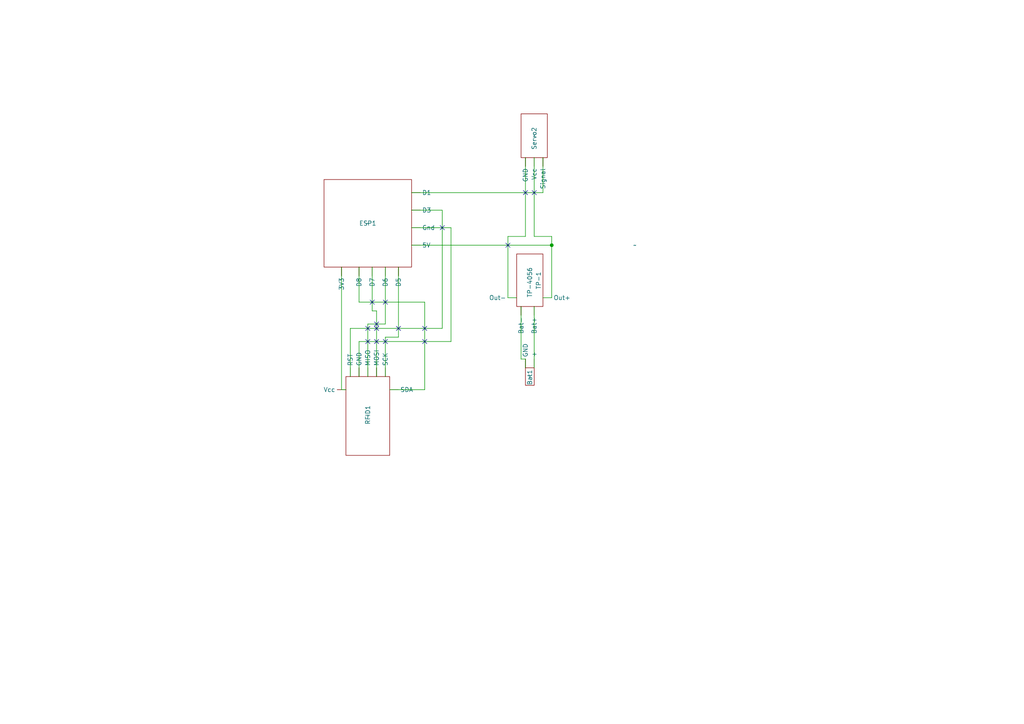
<source format=kicad_sch>
(kicad_sch (version 20230121) (generator eeschema)

  (uuid 6d2060b9-89c8-46b3-a842-42dcb8338d2e)

  (paper "A4")

  (lib_symbols
    (symbol "MagTableLib:Battery" (in_bom yes) (on_board yes)
      (property "Reference" "Bat" (at 0 0 0)
        (effects (font (size 1.27 1.27)))
      )
      (property "Value" "" (at 0 0 0)
        (effects (font (size 1.27 1.27)))
      )
      (property "Footprint" "" (at 0 0 0)
        (effects (font (size 1.27 1.27)) hide)
      )
      (property "Datasheet" "" (at 0 0 0)
        (effects (font (size 1.27 1.27)) hide)
      )
      (symbol "Battery_0_1"
        (rectangle (start -2.54 1.27) (end 2.54 -1.27)
          (stroke (width 0) (type default))
          (fill (type none))
        )
      )
      (symbol "Battery_1_1"
        (pin output line (at 2.54 -1.27 0) (length 2.54)
          (name "+" (effects (font (size 1.27 1.27))))
          (number "" (effects (font (size 1.27 1.27))))
        )
        (pin passive line (at 2.54 1.27 0) (length 2.54)
          (name "GND" (effects (font (size 1.27 1.27))))
          (number "" (effects (font (size 1.27 1.27))))
        )
      )
    )
    (symbol "MagTableLib:ESP8266_D1_Mini" (in_bom yes) (on_board yes)
      (property "Reference" "ESP" (at 0 0 0)
        (effects (font (size 1.27 1.27)))
      )
      (property "Value" "" (at 0 0 0)
        (effects (font (size 1.27 1.27)))
      )
      (property "Footprint" "" (at 0 0 0)
        (effects (font (size 1.27 1.27)) hide)
      )
      (property "Datasheet" "" (at 0 0 0)
        (effects (font (size 1.27 1.27)) hide)
      )
      (symbol "ESP8266_D1_Mini_0_1"
        (rectangle (start 12.7 12.7) (end -12.7 -12.7)
          (stroke (width 0) (type default))
          (fill (type none))
        )
      )
      (symbol "ESP8266_D1_Mini_1_1"
        (pin power_out line (at -7.62 -12.7 270) (length 2.54)
          (name "3V3" (effects (font (size 1.27 1.27))))
          (number "" (effects (font (size 1.27 1.27))))
        )
        (pin power_out line (at 12.7 -6.35 0) (length 2.54)
          (name "5V" (effects (font (size 1.27 1.27))))
          (number "" (effects (font (size 1.27 1.27))))
        )
        (pin bidirectional line (at 12.7 8.89 0) (length 2.54)
          (name "D1" (effects (font (size 1.27 1.27))))
          (number "" (effects (font (size 1.27 1.27))))
        )
        (pin bidirectional line (at 12.7 3.81 0) (length 2.54)
          (name "D3" (effects (font (size 1.27 1.27))))
          (number "" (effects (font (size 1.27 1.27))))
        )
        (pin bidirectional line (at 8.89 -12.7 270) (length 2.54)
          (name "D5" (effects (font (size 1.27 1.27))))
          (number "" (effects (font (size 1.27 1.27))))
        )
        (pin bidirectional line (at 5.08 -12.7 270) (length 2.54)
          (name "D6" (effects (font (size 1.27 1.27))))
          (number "" (effects (font (size 1.27 1.27))))
        )
        (pin bidirectional line (at 1.27 -12.7 270) (length 2.54)
          (name "D7" (effects (font (size 1.27 1.27))))
          (number "" (effects (font (size 1.27 1.27))))
        )
        (pin bidirectional line (at -2.54 -12.7 270) (length 2.54)
          (name "D8" (effects (font (size 1.27 1.27))))
          (number "" (effects (font (size 1.27 1.27))))
        )
        (pin passive line (at 12.7 -1.27 0) (length 2.54)
          (name "Gnd" (effects (font (size 1.27 1.27))))
          (number "" (effects (font (size 1.27 1.27))))
        )
      )
    )
    (symbol "MagTableLib:RFID-RC522" (in_bom yes) (on_board yes)
      (property "Reference" "RFID" (at 0 0 0)
        (effects (font (size 1.27 1.27)))
      )
      (property "Value" "" (at 0 0 0)
        (effects (font (size 1.27 1.27)))
      )
      (property "Footprint" "" (at 0 0 0)
        (effects (font (size 1.27 1.27)) hide)
      )
      (property "Datasheet" "" (at 0 0 0)
        (effects (font (size 1.27 1.27)) hide)
      )
      (symbol "RFID-RC522_0_1"
        (rectangle (start -11.43 6.35) (end 11.43 -6.35)
          (stroke (width 0) (type default))
          (fill (type none))
        )
      )
      (symbol "RFID-RC522_1_1"
        (pin unspecified line (at 11.43 2.54 0) (length 2.54)
          (name "GND" (effects (font (size 1.27 1.27))))
          (number "" (effects (font (size 1.27 1.27))))
        )
        (pin unspecified line (at 11.43 0 0) (length 2.54)
          (name "MISO" (effects (font (size 1.27 1.27))))
          (number "" (effects (font (size 1.27 1.27))))
        )
        (pin unspecified line (at 11.43 -2.54 0) (length 2.54)
          (name "MOSI" (effects (font (size 1.27 1.27))))
          (number "" (effects (font (size 1.27 1.27))))
        )
        (pin unspecified line (at 11.43 5.08 0) (length 2.54)
          (name "RST" (effects (font (size 1.27 1.27))))
          (number "" (effects (font (size 1.27 1.27))))
        )
        (pin unspecified line (at 11.43 -5.08 0) (length 2.54)
          (name "SCK" (effects (font (size 1.27 1.27))))
          (number "" (effects (font (size 1.27 1.27))))
        )
        (pin unspecified line (at 7.62 -6.35 270) (length 2.54)
          (name "SDA" (effects (font (size 1.27 1.27))))
          (number "" (effects (font (size 1.27 1.27))))
        )
        (pin power_in line (at 7.62 6.35 90) (length 2.54)
          (name "Vcc" (effects (font (size 1.27 1.27))))
          (number "" (effects (font (size 1.27 1.27))))
        )
      )
    )
    (symbol "MagTableLib:Servo" (in_bom yes) (on_board yes)
      (property "Reference" "Servo" (at 0 0 0)
        (effects (font (size 1.27 1.27)))
      )
      (property "Value" "" (at 0 0 0)
        (effects (font (size 1.27 1.27)))
      )
      (property "Footprint" "" (at 0 0 0)
        (effects (font (size 1.27 1.27)) hide)
      )
      (property "Datasheet" "" (at 0 0 0)
        (effects (font (size 1.27 1.27)) hide)
      )
    )
    (symbol "MagTableLib:TP-4056" (in_bom yes) (on_board yes)
      (property "Reference" "TP-4056" (at 0 0 0)
        (effects (font (size 1.27 1.27)))
      )
      (property "Value" "TP-4056" (at 0 0 0)
        (effects (font (size 1.27 1.27)))
      )
      (property "Footprint" "" (at 0 0 0)
        (effects (font (size 1.27 1.27)) hide)
      )
      (property "Datasheet" "" (at 0 0 0)
        (effects (font (size 1.27 1.27)) hide)
      )
      (symbol "TP-4056_0_1"
        (rectangle (start -7.62 3.81) (end 7.62 -3.81)
          (stroke (width 0) (type default))
          (fill (type none))
        )
      )
      (symbol "TP-4056_1_1"
        (pin input line (at 7.62 1.27 0) (length 2.54)
          (name "Bat+" (effects (font (size 1.27 1.27))))
          (number "" (effects (font (size 1.27 1.27))))
        )
        (pin input line (at 7.62 -2.54 0) (length 2.54)
          (name "Bat-" (effects (font (size 1.27 1.27))))
          (number "" (effects (font (size 1.27 1.27))))
        )
        (pin output line (at 5.08 3.81 90) (length 2.54)
          (name "Out+" (effects (font (size 1.27 1.27))))
          (number "" (effects (font (size 1.27 1.27))))
        )
        (pin output line (at 5.08 -3.81 270) (length 2.54)
          (name "Out-" (effects (font (size 1.27 1.27))))
          (number "" (effects (font (size 1.27 1.27))))
        )
      )
    )
    (symbol "Servo_1" (in_bom yes) (on_board yes)
      (property "Reference" "Servo" (at 0 0 0)
        (effects (font (size 1.27 1.27)))
      )
      (property "Value" "" (at 0 0 0)
        (effects (font (size 1.27 1.27)))
      )
      (property "Footprint" "" (at 0 0 0)
        (effects (font (size 1.27 1.27)) hide)
      )
      (property "Datasheet" "" (at 0 0 0)
        (effects (font (size 1.27 1.27)) hide)
      )
      (symbol "Servo_1_0_1"
        (rectangle (start -6.35 3.81) (end 6.35 -3.81)
          (stroke (width 0) (type default))
          (fill (type none))
        )
      )
      (symbol "Servo_1_1_1"
        (pin input line (at 6.35 -2.54 0) (length 2.54)
          (name "GND" (effects (font (size 1.27 1.27))))
          (number "" (effects (font (size 1.27 1.27))))
        )
        (pin input line (at 6.35 2.54 0) (length 2.54)
          (name "Signal" (effects (font (size 1.27 1.27))))
          (number "" (effects (font (size 1.27 1.27))))
        )
        (pin input line (at 6.35 0 0) (length 2.54)
          (name "Vcc" (effects (font (size 1.27 1.27))))
          (number "" (effects (font (size 1.27 1.27))))
        )
      )
    )
  )

  (junction (at 160.02 71.12) (diameter 0) (color 0 0 0 0)
    (uuid 0755b9c4-e384-49d1-828b-a27b6ebf42a7)
  )

  (no_connect (at 107.95 87.63) (uuid 0bec6562-6127-4bbd-99b5-016bb7f0e16b))
  (no_connect (at 106.68 99.06) (uuid 15521980-3c38-40ce-a7fb-7c5ec0fd04f8))
  (no_connect (at 128.27 66.04) (uuid 240437a9-7a2e-4c9e-b25d-3c80b44e5995))
  (no_connect (at 123.19 95.25) (uuid 2ee2b1c0-845f-4261-a602-24f79f1e0e44))
  (no_connect (at 109.22 95.25) (uuid 3744ec18-f93e-45bf-988b-28067e475956))
  (no_connect (at 106.68 95.25) (uuid 395c3f67-65a6-4f28-a1d0-513122a4884c))
  (no_connect (at 147.32 71.12) (uuid 3f0d8409-b05c-4a80-aab8-8596608a1b00))
  (no_connect (at 123.19 99.06) (uuid 49e4c129-96a0-44b2-b521-f30cda1cceaf))
  (no_connect (at 109.22 99.06) (uuid 4ad3f8a9-d650-4f48-8977-bf82f9940632))
  (no_connect (at 115.57 95.25) (uuid 58ab7cf6-eb7e-4ebc-bcdf-bca86536a2bd))
  (no_connect (at 111.76 99.06) (uuid 6a11da75-fe53-46f0-94be-79d5b93bebf4))
  (no_connect (at 109.22 93.98) (uuid 9060ce12-0473-4998-b7b9-0c4a1b96ddc2))
  (no_connect (at 152.4 55.88) (uuid 9b87bece-0490-4329-9de7-f9d64d348784))
  (no_connect (at 154.94 55.88) (uuid c2b4c0f2-5040-43bf-8dc7-410eeb720049))
  (no_connect (at 111.76 87.63) (uuid cf54a470-b97c-4ff4-8690-d04f0d7bcd7e))

  (wire (pts (xy 100.33 113.03) (xy 99.06 113.03))
    (stroke (width 0) (type default))
    (uuid 01289ade-0e8b-416d-b6df-1198294ee2bb)
  )
  (wire (pts (xy 154.94 45.72) (xy 154.94 68.58))
    (stroke (width 0) (type default))
    (uuid 14422d60-3aea-44e0-9fd6-a4d5e25ccf7a)
  )
  (wire (pts (xy 109.22 109.22) (xy 109.22 90.17))
    (stroke (width 0) (type default))
    (uuid 1f90dba8-91fe-4c59-ac51-63833d424905)
  )
  (wire (pts (xy 111.76 97.79) (xy 115.57 97.79))
    (stroke (width 0) (type default))
    (uuid 20e5cc46-e3df-48ef-985b-d7a9bd2bd113)
  )
  (wire (pts (xy 109.22 90.17) (xy 107.95 90.17))
    (stroke (width 0) (type default))
    (uuid 25c4ebe3-3f6f-4eb0-8872-8127ff9bed38)
  )
  (wire (pts (xy 130.81 99.06) (xy 130.81 66.04))
    (stroke (width 0) (type default))
    (uuid 2802244c-470b-4d24-aeb7-f3d8aa780e67)
  )
  (wire (pts (xy 147.32 86.36) (xy 147.32 68.58))
    (stroke (width 0) (type default))
    (uuid 2cc35cf6-1cd2-4ef2-b278-1ce3b5fe7b7b)
  )
  (wire (pts (xy 154.94 106.68) (xy 154.94 88.9))
    (stroke (width 0) (type default))
    (uuid 337a31b1-8128-4b17-8c6e-c61faa13b758)
  )
  (wire (pts (xy 104.14 77.47) (xy 104.14 87.63))
    (stroke (width 0) (type default))
    (uuid 3ac3fa33-d400-4900-84d5-6df7071e342a)
  )
  (wire (pts (xy 157.48 86.36) (xy 160.02 86.36))
    (stroke (width 0) (type default))
    (uuid 3c158b5a-712c-4988-b758-673e00b2fc3a)
  )
  (wire (pts (xy 106.68 93.98) (xy 111.76 93.98))
    (stroke (width 0) (type default))
    (uuid 472ca665-7580-4591-8638-7e4ccc22041b)
  )
  (wire (pts (xy 152.4 104.14) (xy 151.13 104.14))
    (stroke (width 0) (type default))
    (uuid 49449574-7fc8-4cb7-9907-6b501bbf8259)
  )
  (wire (pts (xy 111.76 109.22) (xy 111.76 97.79))
    (stroke (width 0) (type default))
    (uuid 4c413ff2-b398-437c-a2da-0ff99c2f07b8)
  )
  (wire (pts (xy 149.86 86.36) (xy 147.32 86.36))
    (stroke (width 0) (type default))
    (uuid 5419f72e-1064-480d-a9fb-9cc36b39856a)
  )
  (wire (pts (xy 151.13 88.9) (xy 151.13 104.14))
    (stroke (width 0) (type default))
    (uuid 572b45ae-5de3-4c88-9e9a-8796a0a6fe65)
  )
  (wire (pts (xy 160.02 68.58) (xy 154.94 68.58))
    (stroke (width 0) (type default))
    (uuid 5e91e3d7-78b2-4b96-bcdd-c8ffef1f4311)
  )
  (wire (pts (xy 113.03 113.03) (xy 123.19 113.03))
    (stroke (width 0) (type default))
    (uuid 6487c85d-2fe0-4f06-94bf-ee0290a91c58)
  )
  (wire (pts (xy 111.76 93.98) (xy 111.76 77.47))
    (stroke (width 0) (type default))
    (uuid 66b57489-be69-4b19-97db-664a72b1709b)
  )
  (wire (pts (xy 147.32 68.58) (xy 152.4 68.58))
    (stroke (width 0) (type default))
    (uuid 71121d0a-92c7-4d42-a0d1-273b9be36078)
  )
  (wire (pts (xy 152.4 45.72) (xy 152.4 68.58))
    (stroke (width 0) (type default))
    (uuid 72ad5461-2fa9-42c9-b575-6a4551591b70)
  )
  (wire (pts (xy 152.4 106.68) (xy 152.4 104.14))
    (stroke (width 0) (type default))
    (uuid 77be084d-fce5-4dc9-b920-3d4dafc38919)
  )
  (wire (pts (xy 99.06 113.03) (xy 99.06 77.47))
    (stroke (width 0) (type default))
    (uuid 80ca967e-5af8-4c68-a34e-de51f5211f4a)
  )
  (wire (pts (xy 104.14 109.22) (xy 104.14 99.06))
    (stroke (width 0) (type default))
    (uuid 944c8110-2059-41ea-b23c-8952e01568e6)
  )
  (wire (pts (xy 123.19 87.63) (xy 104.14 87.63))
    (stroke (width 0) (type default))
    (uuid 956ffdee-3619-4c74-a713-93bd57d0b44f)
  )
  (wire (pts (xy 104.14 99.06) (xy 130.81 99.06))
    (stroke (width 0) (type default))
    (uuid 9c7d30d7-e7eb-4020-9da9-a77c49ab60d5)
  )
  (wire (pts (xy 123.19 113.03) (xy 123.19 87.63))
    (stroke (width 0) (type default))
    (uuid cbb141c9-c39c-4582-adc8-1cea10fd6cdb)
  )
  (wire (pts (xy 128.27 95.25) (xy 128.27 60.96))
    (stroke (width 0) (type default))
    (uuid cdb87a11-ebd7-4bd8-8cd8-6eeccb9584f1)
  )
  (wire (pts (xy 119.38 71.12) (xy 160.02 71.12))
    (stroke (width 0) (type default))
    (uuid d0b1a4b2-4d38-46e1-8a8d-c02ec5a31679)
  )
  (wire (pts (xy 107.95 77.47) (xy 107.95 90.17))
    (stroke (width 0) (type default))
    (uuid d0e4bfc7-ea52-486f-80b1-c5c37b8c39d5)
  )
  (wire (pts (xy 119.38 55.88) (xy 157.48 55.88))
    (stroke (width 0) (type default))
    (uuid d535f16a-cf58-40b4-a42f-1d9b594cc4c8)
  )
  (wire (pts (xy 119.38 60.96) (xy 128.27 60.96))
    (stroke (width 0) (type default))
    (uuid d67ea6ef-a931-4311-a5c5-a2a5ab8e85a9)
  )
  (wire (pts (xy 106.68 109.22) (xy 106.68 93.98))
    (stroke (width 0) (type default))
    (uuid db309261-02e9-4e05-a482-c46102e2daf7)
  )
  (wire (pts (xy 115.57 97.79) (xy 115.57 77.47))
    (stroke (width 0) (type default))
    (uuid dd1200e8-cde2-401d-b351-aa91e1fdeff7)
  )
  (wire (pts (xy 101.6 109.22) (xy 101.6 95.25))
    (stroke (width 0) (type default))
    (uuid dfe7db6f-a440-434d-8a06-84503a35673a)
  )
  (wire (pts (xy 101.6 95.25) (xy 128.27 95.25))
    (stroke (width 0) (type default))
    (uuid e1f90fec-9931-4d8d-96d8-00b69bdadb33)
  )
  (wire (pts (xy 157.48 45.72) (xy 157.48 55.88))
    (stroke (width 0) (type default))
    (uuid e5de3237-e62c-4a7e-b813-341b401380f8)
  )
  (wire (pts (xy 119.38 66.04) (xy 130.81 66.04))
    (stroke (width 0) (type default))
    (uuid ef2b729b-6daf-4e0c-a474-8fb545397069)
  )
  (wire (pts (xy 160.02 86.36) (xy 160.02 71.12))
    (stroke (width 0) (type default))
    (uuid f0d950bb-d7ea-4578-b850-0b27466c0ecb)
  )
  (wire (pts (xy 160.02 71.12) (xy 160.02 68.58))
    (stroke (width 0) (type default))
    (uuid f80d0c75-64a8-422a-a587-bc65d434069c)
  )

  (symbol (lib_id "MagTableLib:ESP8266_D1_Mini") (at 106.68 64.77 0) (unit 1)
    (in_bom yes) (on_board yes) (dnp no)
    (uuid 031e8c74-05ed-48e6-b6a3-c5ea39e99d1d)
    (property "Reference" "ESP1" (at 104.14 64.77 0)
      (effects (font (size 1.27 1.27)) (justify left))
    )
    (property "Value" "~" (at 106.68 64.77 0)
      (effects (font (size 1.27 1.27)))
    )
    (property "Footprint" "" (at 106.68 64.77 0)
      (effects (font (size 1.27 1.27)) hide)
    )
    (property "Datasheet" "" (at 106.68 64.77 0)
      (effects (font (size 1.27 1.27)) hide)
    )
    (pin "" (uuid b1c93014-4d49-4605-b1e9-31b1da95408a))
    (pin "" (uuid b1c93014-4d49-4605-b1e9-31b1da95408a))
    (pin "" (uuid b1c93014-4d49-4605-b1e9-31b1da95408a))
    (pin "" (uuid b1c93014-4d49-4605-b1e9-31b1da95408a))
    (pin "" (uuid b1c93014-4d49-4605-b1e9-31b1da95408a))
    (pin "" (uuid b1c93014-4d49-4605-b1e9-31b1da95408a))
    (pin "" (uuid b1c93014-4d49-4605-b1e9-31b1da95408a))
    (pin "" (uuid b1c93014-4d49-4605-b1e9-31b1da95408a))
    (pin "" (uuid b1c93014-4d49-4605-b1e9-31b1da95408a))
    (instances
      (project "magTable"
        (path "/6d2060b9-89c8-46b3-a842-42dcb8338d2e"
          (reference "ESP1") (unit 1)
        )
      )
    )
  )

  (symbol (lib_id "MagTableLib:RFID-RC522") (at 106.68 120.65 90) (unit 1)
    (in_bom yes) (on_board yes) (dnp no)
    (uuid 28dcd4c2-8710-4269-8cc8-8c48242a08a8)
    (property "Reference" "RFID1" (at 106.68 123.19 0)
      (effects (font (size 1.27 1.27)) (justify left))
    )
    (property "Value" "~" (at 106.68 120.65 0)
      (effects (font (size 1.27 1.27)))
    )
    (property "Footprint" "" (at 106.68 120.65 0)
      (effects (font (size 1.27 1.27)) hide)
    )
    (property "Datasheet" "" (at 106.68 120.65 0)
      (effects (font (size 1.27 1.27)) hide)
    )
    (pin "" (uuid f4cdd6c9-3338-4db7-82d6-17d9d940f321))
    (pin "" (uuid f4cdd6c9-3338-4db7-82d6-17d9d940f321))
    (pin "" (uuid f4cdd6c9-3338-4db7-82d6-17d9d940f321))
    (pin "" (uuid f4cdd6c9-3338-4db7-82d6-17d9d940f321))
    (pin "" (uuid f4cdd6c9-3338-4db7-82d6-17d9d940f321))
    (pin "" (uuid f4cdd6c9-3338-4db7-82d6-17d9d940f321))
    (pin "" (uuid f4cdd6c9-3338-4db7-82d6-17d9d940f321))
    (instances
      (project "magTable"
        (path "/6d2060b9-89c8-46b3-a842-42dcb8338d2e"
          (reference "RFID1") (unit 1)
        )
      )
    )
  )

  (symbol (lib_id "MagTableLib:Servo") (at 184.15 71.12 0) (unit 1)
    (in_bom yes) (on_board yes) (dnp no) (fields_autoplaced)
    (uuid 3e161282-2cb7-430b-9f34-66c1a01a8f9f)
    (property "Reference" "Servo1" (at 185.42 71.12 0)
      (effects (font (size 1.27 1.27)) (justify left) hide)
    )
    (property "Value" "~" (at 184.15 71.12 0)
      (effects (font (size 1.27 1.27)))
    )
    (property "Footprint" "" (at 184.15 71.12 0)
      (effects (font (size 1.27 1.27)) hide)
    )
    (property "Datasheet" "" (at 184.15 71.12 0)
      (effects (font (size 1.27 1.27)) hide)
    )
    (instances
      (project "magTable"
        (path "/6d2060b9-89c8-46b3-a842-42dcb8338d2e"
          (reference "Servo1") (unit 1)
        )
      )
    )
  )

  (symbol (lib_name "Servo_1") (lib_id "MagTableLib:Servo") (at 154.94 39.37 270) (unit 1)
    (in_bom yes) (on_board yes) (dnp no)
    (uuid ac3147df-87e8-4958-85d2-9b017c94385a)
    (property "Reference" "Servo2" (at 154.94 36.83 0)
      (effects (font (size 1.27 1.27)) (justify left))
    )
    (property "Value" "~" (at 154.94 39.37 0)
      (effects (font (size 1.27 1.27)))
    )
    (property "Footprint" "" (at 154.94 39.37 0)
      (effects (font (size 1.27 1.27)) hide)
    )
    (property "Datasheet" "" (at 154.94 39.37 0)
      (effects (font (size 1.27 1.27)) hide)
    )
    (pin "" (uuid 92de38d6-c203-4380-bb93-9a35a25ca471))
    (pin "" (uuid 92de38d6-c203-4380-bb93-9a35a25ca471))
    (pin "" (uuid 92de38d6-c203-4380-bb93-9a35a25ca471))
    (instances
      (project "magTable"
        (path "/6d2060b9-89c8-46b3-a842-42dcb8338d2e"
          (reference "Servo2") (unit 1)
        )
      )
    )
  )

  (symbol (lib_id "MagTableLib:Battery") (at 153.67 109.22 90) (unit 1)
    (in_bom yes) (on_board yes) (dnp no)
    (uuid c6616fed-8fd7-438f-af74-9e955ece6f14)
    (property "Reference" "Bat1" (at 153.67 111.76 0)
      (effects (font (size 1.27 1.27)) (justify left))
    )
    (property "Value" "~" (at 153.67 109.22 0)
      (effects (font (size 1.27 1.27)))
    )
    (property "Footprint" "" (at 153.67 109.22 0)
      (effects (font (size 1.27 1.27)) hide)
    )
    (property "Datasheet" "" (at 153.67 109.22 0)
      (effects (font (size 1.27 1.27)) hide)
    )
    (pin "" (uuid eba899ee-5dfa-4ea3-947e-cf462d00a2d5))
    (pin "" (uuid eba899ee-5dfa-4ea3-947e-cf462d00a2d5))
    (instances
      (project "magTable"
        (path "/6d2060b9-89c8-46b3-a842-42dcb8338d2e"
          (reference "Bat1") (unit 1)
        )
      )
    )
  )

  (symbol (lib_id "MagTableLib:TP-4056") (at 153.67 81.28 270) (unit 1)
    (in_bom yes) (on_board yes) (dnp no)
    (uuid eb0cb48a-c47d-43f3-b404-ac36b42b7bc7)
    (property "Reference" "TP-1" (at 156.21 78.74 0)
      (effects (font (size 1.27 1.27)) (justify left))
    )
    (property "Value" "TP-4056" (at 153.67 77.47 0)
      (effects (font (size 1.27 1.27)) (justify left))
    )
    (property "Footprint" "" (at 153.67 81.28 0)
      (effects (font (size 1.27 1.27)) hide)
    )
    (property "Datasheet" "" (at 153.67 81.28 0)
      (effects (font (size 1.27 1.27)) hide)
    )
    (pin "" (uuid bf30b4b7-7665-41d6-bf86-5ea656e35a6c))
    (pin "" (uuid bf30b4b7-7665-41d6-bf86-5ea656e35a6c))
    (pin "" (uuid bf30b4b7-7665-41d6-bf86-5ea656e35a6c))
    (pin "" (uuid bf30b4b7-7665-41d6-bf86-5ea656e35a6c))
    (instances
      (project "magTable"
        (path "/6d2060b9-89c8-46b3-a842-42dcb8338d2e"
          (reference "TP-1") (unit 1)
        )
      )
    )
  )

  (sheet_instances
    (path "/" (page "1"))
  )
)

</source>
